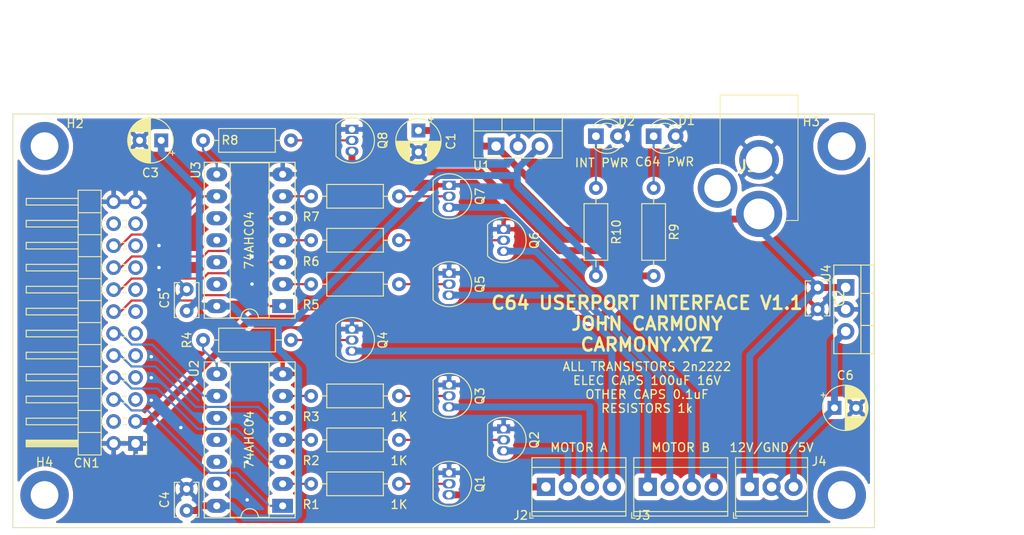
<source format=kicad_pcb>
(kicad_pcb (version 20171130) (host pcbnew "(5.1.9)-1")
  (layers (0 F.Cu signal) (31 B.Cu signal) (34 B.Paste user) (35 F.Paste user) (36 B.SilkS user) (37 F.SilkS user) (38 B.Mask user) (39 F.Mask user) (44 Edge.Cuts user))
  (net 0 "")
  (net 1 GND)
  (net 2 +12V)
  (net 3 +5V)
  (net 4 "Net-(CN1-Pad11)")
  (net 5 "Net-(CN1-Pad10)")
  (net 6 "Net-(CN1-Pad9)")
  (net 7 "Net-(CN1-Pad8)")
  (net 8 "Net-(CN1-Pad7)")
  (net 9 "Net-(CN1-Pad6)")
  (net 10 "Net-(CN1-Pad5)")
  (net 11 "Net-(CN1-Pad4)")
  (net 12 "Net-(CN1-Pad3)")
  (net 13 +5VP)
  (net 14 "Net-(D1-Pad1)")
  (net 15 "Net-(D2-Pad1)")
  (net 16 /YELL2A)
  (net 17 /GREY2A)
  (net 18 /YELL1A)
  (net 19 /GREY1A)
  (net 20 /YELL2B)
  (net 21 /GREY2B)
  (net 22 /YELL1B)
  (net 23 /GREY1B)
  (net 24 "Net-(Q1-Pad2)")
  (net 25 "Net-(Q2-Pad2)")
  (net 26 "Net-(Q3-Pad2)")
  (net 27 "Net-(Q4-Pad2)")
  (net 28 "Net-(Q5-Pad2)")
  (net 29 "Net-(Q6-Pad2)")
  (net 30 "Net-(Q7-Pad2)")
  (net 31 "Net-(Q8-Pad2)")
  (net 32 /GR1A)
  (net 33 /YE1A)
  (net 34 /GR2A)
  (net 35 /GR1B)
  (net 36 /YE1B)
  (net 37 /GR2B)
  (net 38 /YE2B)
  (net 39 "Net-(U2-Pad13)")
  (net 40 "Net-(U2-Pad12)")
  (net 41 /PB2)
  (net 42 "Net-(U2-Pad11)")
  (net 43 "Net-(U2-Pad10)")
  (net 44 /PB1)
  (net 45 /PB3)
  (net 46 /PB0)
  (net 47 "Net-(U3-Pad13)")
  (net 48 "Net-(U3-Pad12)")
  (net 49 /PB6)
  (net 50 "Net-(U3-Pad11)")
  (net 51 "Net-(U3-Pad10)")
  (net 52 /PB5)
  (net 53 /PB7)
  (net 54 /PB4)
  (net 55 "Net-(CN1-PadM)")
  (net 56 "Net-(CN1-PadB)")
  (net 57 /YEL2A)
  (net 58 +5C)
  (net 59 "Net-(J1-Pad2)")
  (module SamacSys_Parts:RAPC722BK (layer F.Cu) (at 126.507 97.9475 180)
    (fp_text reference J1 (at 1.294 5.535) (layer F.SilkS) (effects (font (size 1.27 1.27) (thickness 0.254))))
    (fp_text value RAPC722BK hide)
    (pad 3 thru_hole circle (at 0 6.25 180) (size 4.575 4.575) (drill 3.05) (layers *.Cu *.Mask) (net 1 GND))
    (pad 2 thru_hole circle (at 4.8 3 180) (size 4.575 4.575) (drill 3.05) (layers *.Cu *.Mask) (net 59 "Net-(J1-Pad2)"))
    (pad 1 thru_hole circle (at 0 0 180) (size 5.34 5.34) (drill 3.56) (layers *.Cu *.Mask) (net 2 +12V))
  )
  (module Capacitor_THT:CP_Radial_D5.0mm_P2.50mm (layer F.Cu) (at 135.22452 120.36552)
    (fp_text reference C6 (at 1.25 -3.75) (layer F.SilkS))
    (fp_text value 100uF)
    (pad 2 thru_hole circle (at 2.5 0) (size 1.6 1.6) (drill 0.8) (layers *.Cu *.Mask) (net 1 GND))
    (pad 1 thru_hole rect (at 0 0) (size 1.6 1.6) (drill 0.8) (layers *.Cu *.Mask) (net 58 +5C))
  )
  (module TerminalBlock_TE-Connectivity:TerminalBlock_TE_282834-3_1x03_P2.54mm_Horizontal (layer F.Cu) (at 125.415 129.504)
    (fp_text reference J4 (at 8.03152 -2.94596) (layer F.SilkS))
    (fp_text value 12V/GND/5V (at 2.54 -4.54616) (layer F.SilkS))
    (pad 3 thru_hole circle (at 5.08 0) (size 2.1 2.1) (drill 1.1) (layers *.Cu *.Mask) (net 58 +5C))
    (pad 2 thru_hole circle (at 2.54 0) (size 2.1 2.1) (drill 1.1) (layers *.Cu *.Mask) (net 1 GND))
    (pad 1 thru_hole rect (at 0 0) (size 2.1 2.1) (drill 1.1) (layers *.Cu *.Mask) (net 2 +12V))
  )
  (module MountingHole:MountingHole_3.2mm_M3_DIN965_Pad (layer F.Cu) (at 43.9166 130.439)
    (fp_text reference H4 (at 0 -3.8) (layer F.SilkS))
    (fp_text value MountingHole)
    (pad 1 thru_hole circle (at 0 0) (size 5.6 5.6) (drill 3.2) (layers *.Cu *.Mask))
  )
  (module MountingHole:MountingHole_3.2mm_M3_DIN965_Pad (layer F.Cu) (at 136.068 90.1192)
    (fp_text reference H3 (at -3.5306 -2.8194) (layer F.SilkS))
    (fp_text value MountingHole)
    (pad 1 thru_hole circle (at 0 0) (size 5.6 5.6) (drill 3.2) (layers *.Cu *.Mask))
  )
  (module MountingHole:MountingHole_3.2mm_M3_DIN965_Pad (layer F.Cu) (at 43.9166 90.1192)
    (fp_text reference H2 (at 3.5306 -2.6162) (layer F.SilkS))
    (fp_text value MountingHole)
    (pad 1 thru_hole circle (at 0 0) (size 5.6 5.6) (drill 3.2) (layers *.Cu *.Mask))
  )
  (module MountingHole:MountingHole_3.2mm_M3_DIN965_Pad (layer F.Cu) (at 136.068 130.439)
    (fp_text reference H1)
    (fp_text value MountingHole)
    (pad 1 thru_hole circle (at 0 0) (size 5.6 5.6) (drill 3.2) (layers *.Cu *.Mask))
  )
  (module Package_TO_SOT_THT:TO-220-3_Vertical (layer F.Cu) (at 136.52 106.446 270)
    (fp_text reference U4 (at -1.660001 2.2598 90) (layer F.SilkS))
    (fp_text value L7805)
    (pad 3 thru_hole oval (at 5.08 0 270) (size 1.905 2) (drill 1.1) (layers *.Cu *.Mask) (net 58 +5C))
    (pad 2 thru_hole oval (at 2.54 0 270) (size 1.905 2) (drill 1.1) (layers *.Cu *.Mask) (net 1 GND))
    (pad 1 thru_hole rect (at 0 0 270) (size 1.905 2) (drill 1.1) (layers *.Cu *.Mask) (net 2 +12V))
  )
  (module Capacitor_THT:CP_Radial_D5.0mm_P2.50mm (layer F.Cu) (at 57.404 89.45 180)
    (fp_text reference C3 (at 1.25 -3.75) (layer F.SilkS))
    (fp_text value 100uF)
    (pad 2 thru_hole circle (at 2.5 0 180) (size 1.6 1.6) (drill 0.8) (layers *.Cu *.Mask) (net 1 GND))
    (pad 1 thru_hole rect (at 0 0 180) (size 1.6 1.6) (drill 0.8) (layers *.Cu *.Mask) (net 3 +5V))
  )
  (module Connector_PinHeader_2.54mm:PinHeader_2x12_P2.54mm_Horizontal (layer F.Cu) (at 54.44 124.48 180)
    (fp_text reference CN1 (at 5.655 -2.27) (layer F.SilkS))
    (fp_text value userportc64)
    (pad N thru_hole oval (at 2.54 27.94 180) (size 1.7 1.7) (drill 1) (layers *.Cu *.Mask) (net 1 GND))
    (pad 12 thru_hole oval (at 0 27.94 180) (size 1.7 1.7) (drill 1) (layers *.Cu *.Mask) (net 1 GND))
    (pad M thru_hole oval (at 2.54 25.4 180) (size 1.7 1.7) (drill 1) (layers *.Cu *.Mask) (net 55 "Net-(CN1-PadM)"))
    (pad 11 thru_hole oval (at 0 25.4 180) (size 1.7 1.7) (drill 1) (layers *.Cu *.Mask) (net 4 "Net-(CN1-Pad11)"))
    (pad L thru_hole oval (at 2.54 22.86 180) (size 1.7 1.7) (drill 1) (layers *.Cu *.Mask) (net 53 /PB7))
    (pad 10 thru_hole oval (at 0 22.86 180) (size 1.7 1.7) (drill 1) (layers *.Cu *.Mask) (net 5 "Net-(CN1-Pad10)"))
    (pad K thru_hole oval (at 2.54 20.32 180) (size 1.7 1.7) (drill 1) (layers *.Cu *.Mask) (net 49 /PB6))
    (pad 9 thru_hole oval (at 0 20.32 180) (size 1.7 1.7) (drill 1) (layers *.Cu *.Mask) (net 6 "Net-(CN1-Pad9)"))
    (pad J thru_hole oval (at 2.54 17.78 180) (size 1.7 1.7) (drill 1) (layers *.Cu *.Mask) (net 52 /PB5))
    (pad 8 thru_hole oval (at 0 17.78 180) (size 1.7 1.7) (drill 1) (layers *.Cu *.Mask) (net 7 "Net-(CN1-Pad8)"))
    (pad H thru_hole oval (at 2.54 15.24 180) (size 1.7 1.7) (drill 1) (layers *.Cu *.Mask) (net 54 /PB4))
    (pad 7 thru_hole oval (at 0 15.24 180) (size 1.7 1.7) (drill 1) (layers *.Cu *.Mask) (net 8 "Net-(CN1-Pad7)"))
    (pad F thru_hole oval (at 2.54 12.7 180) (size 1.7 1.7) (drill 1) (layers *.Cu *.Mask) (net 45 /PB3))
    (pad 6 thru_hole oval (at 0 12.7 180) (size 1.7 1.7) (drill 1) (layers *.Cu *.Mask) (net 9 "Net-(CN1-Pad6)"))
    (pad E thru_hole oval (at 2.54 10.16 180) (size 1.7 1.7) (drill 1) (layers *.Cu *.Mask) (net 41 /PB2))
    (pad 5 thru_hole oval (at 0 10.16 180) (size 1.7 1.7) (drill 1) (layers *.Cu *.Mask) (net 10 "Net-(CN1-Pad5)"))
    (pad D thru_hole oval (at 2.54 7.62 180) (size 1.7 1.7) (drill 1) (layers *.Cu *.Mask) (net 44 /PB1))
    (pad 4 thru_hole oval (at 0 7.62 180) (size 1.7 1.7) (drill 1) (layers *.Cu *.Mask) (net 11 "Net-(CN1-Pad4)"))
    (pad C thru_hole oval (at 2.54 5.08 180) (size 1.7 1.7) (drill 1) (layers *.Cu *.Mask) (net 46 /PB0))
    (pad 3 thru_hole oval (at 0 5.08 180) (size 1.7 1.7) (drill 1) (layers *.Cu *.Mask) (net 12 "Net-(CN1-Pad3)"))
    (pad B thru_hole oval (at 2.54 2.54 180) (size 1.7 1.7) (drill 1) (layers *.Cu *.Mask) (net 56 "Net-(CN1-PadB)"))
    (pad 2 thru_hole oval (at 0 2.54 180) (size 1.7 1.7) (drill 1) (layers *.Cu *.Mask) (net 13 +5VP))
    (pad A thru_hole oval (at 2.54 0 180) (size 1.7 1.7) (drill 1) (layers *.Cu *.Mask) (net 1 GND))
    (pad 1 thru_hole rect (at 0 0 180) (size 1.7 1.7) (drill 1) (layers *.Cu *.Mask) (net 1 GND))
  )
  (module Package_DIP:DIP-14_W7.62mm_Socket_LongPads (layer F.Cu) (at 71.44 108.613 180)
    (fp_text reference U3 (at 10.04 15.733333 90) (layer F.SilkS))
    (fp_text value 74AHC04 (at 3.8675 7.625 90) (layer F.SilkS))
    (pad 14 thru_hole oval (at 7.62 0 180) (size 2.4 1.6) (drill 0.8) (layers *.Cu *.Mask) (net 3 +5V))
    (pad 7 thru_hole oval (at 0 15.24 180) (size 2.4 1.6) (drill 0.8) (layers *.Cu *.Mask) (net 1 GND))
    (pad 13 thru_hole oval (at 7.62 2.54 180) (size 2.4 1.6) (drill 0.8) (layers *.Cu *.Mask) (net 47 "Net-(U3-Pad13)"))
    (pad 6 thru_hole oval (at 0 12.7 180) (size 2.4 1.6) (drill 0.8) (layers *.Cu *.Mask) (net 37 /GR2B))
    (pad 12 thru_hole oval (at 7.62 5.08 180) (size 2.4 1.6) (drill 0.8) (layers *.Cu *.Mask) (net 48 "Net-(U3-Pad12)"))
    (pad 5 thru_hole oval (at 0 10.16 180) (size 2.4 1.6) (drill 0.8) (layers *.Cu *.Mask) (net 49 /PB6))
    (pad 11 thru_hole oval (at 7.62 7.62 180) (size 2.4 1.6) (drill 0.8) (layers *.Cu *.Mask) (net 50 "Net-(U3-Pad11)"))
    (pad 4 thru_hole oval (at 0 7.62 180) (size 2.4 1.6) (drill 0.8) (layers *.Cu *.Mask) (net 36 /YE1B))
    (pad 10 thru_hole oval (at 7.62 10.16 180) (size 2.4 1.6) (drill 0.8) (layers *.Cu *.Mask) (net 51 "Net-(U3-Pad10)"))
    (pad 3 thru_hole oval (at 0 5.08 180) (size 2.4 1.6) (drill 0.8) (layers *.Cu *.Mask) (net 52 /PB5))
    (pad 9 thru_hole oval (at 7.62 12.7 180) (size 2.4 1.6) (drill 0.8) (layers *.Cu *.Mask) (net 53 /PB7))
    (pad 2 thru_hole oval (at 0 2.54 180) (size 2.4 1.6) (drill 0.8) (layers *.Cu *.Mask) (net 35 /GR1B))
    (pad 8 thru_hole oval (at 7.62 15.24 180) (size 2.4 1.6) (drill 0.8) (layers *.Cu *.Mask) (net 38 /YE2B))
    (pad 1 thru_hole rect (at 0 0 180) (size 2.4 1.6) (drill 0.8) (layers *.Cu *.Mask) (net 54 /PB4))
  )
  (module Package_DIP:DIP-14_W7.62mm_Socket_LongPads (layer F.Cu) (at 71.44 131.69 180)
    (fp_text reference U2 (at 10.226 15.866 90) (layer F.SilkS))
    (fp_text value 74AHC04 (at 3.8675 7.625 90) (layer F.SilkS))
    (pad 14 thru_hole oval (at 7.62 0 180) (size 2.4 1.6) (drill 0.8) (layers *.Cu *.Mask) (net 3 +5V))
    (pad 7 thru_hole oval (at 0 15.24 180) (size 2.4 1.6) (drill 0.8) (layers *.Cu *.Mask) (net 1 GND))
    (pad 13 thru_hole oval (at 7.62 2.54 180) (size 2.4 1.6) (drill 0.8) (layers *.Cu *.Mask) (net 39 "Net-(U2-Pad13)"))
    (pad 6 thru_hole oval (at 0 12.7 180) (size 2.4 1.6) (drill 0.8) (layers *.Cu *.Mask) (net 34 /GR2A))
    (pad 12 thru_hole oval (at 7.62 5.08 180) (size 2.4 1.6) (drill 0.8) (layers *.Cu *.Mask) (net 40 "Net-(U2-Pad12)"))
    (pad 5 thru_hole oval (at 0 10.16 180) (size 2.4 1.6) (drill 0.8) (layers *.Cu *.Mask) (net 41 /PB2))
    (pad 11 thru_hole oval (at 7.62 7.62 180) (size 2.4 1.6) (drill 0.8) (layers *.Cu *.Mask) (net 42 "Net-(U2-Pad11)"))
    (pad 4 thru_hole oval (at 0 7.62 180) (size 2.4 1.6) (drill 0.8) (layers *.Cu *.Mask) (net 33 /YE1A))
    (pad 10 thru_hole oval (at 7.62 10.16 180) (size 2.4 1.6) (drill 0.8) (layers *.Cu *.Mask) (net 43 "Net-(U2-Pad10)"))
    (pad 3 thru_hole oval (at 0 5.08 180) (size 2.4 1.6) (drill 0.8) (layers *.Cu *.Mask) (net 44 /PB1))
    (pad 9 thru_hole oval (at 7.62 12.7 180) (size 2.4 1.6) (drill 0.8) (layers *.Cu *.Mask) (net 45 /PB3))
    (pad 2 thru_hole oval (at 0 2.54 180) (size 2.4 1.6) (drill 0.8) (layers *.Cu *.Mask) (net 32 /GR1A))
    (pad 8 thru_hole oval (at 7.62 15.24 180) (size 2.4 1.6) (drill 0.8) (layers *.Cu *.Mask) (net 57 /YEL2A))
    (pad 1 thru_hole rect (at 0 0 180) (size 2.4 1.6) (drill 0.8) (layers *.Cu *.Mask) (net 46 /PB0))
  )
  (module Package_TO_SOT_THT:TO-220-3_Vertical (layer F.Cu) (at 96.1032 90.12)
    (fp_text reference U1 (at -1.660001 2.2598) (layer F.SilkS))
    (fp_text value L7805)
    (pad 3 thru_hole oval (at 5.08 0) (size 1.905 2) (drill 1.1) (layers *.Cu *.Mask) (net 3 +5V))
    (pad 2 thru_hole oval (at 2.54 0) (size 1.905 2) (drill 1.1) (layers *.Cu *.Mask) (net 1 GND))
    (pad 1 thru_hole rect (at 0 0) (size 1.905 2) (drill 1.1) (layers *.Cu *.Mask) (net 2 +12V))
  )
  (module Resistor_THT:R_Axial_DIN0207_L6.3mm_D2.5mm_P10.16mm_Horizontal (layer F.Cu) (at 107.648 94.9575 270)
    (fp_text reference R10 (at 5.08 -2.37 90) (layer F.SilkS))
    (fp_text value 220)
    (pad 2 thru_hole oval (at 10.16 0 270) (size 1.6 1.6) (drill 0.8) (layers *.Cu *.Mask) (net 3 +5V))
    (pad 1 thru_hole circle (at 0 0 270) (size 1.6 1.6) (drill 0.8) (layers *.Cu *.Mask) (net 15 "Net-(D2-Pad1)"))
  )
  (module Resistor_THT:R_Axial_DIN0207_L6.3mm_D2.5mm_P10.16mm_Horizontal (layer F.Cu) (at 114.322 94.9575 270)
    (fp_text reference R9 (at 5.08 -2.37 90) (layer F.SilkS))
    (fp_text value 1K)
    (pad 2 thru_hole oval (at 10.16 0 270) (size 1.6 1.6) (drill 0.8) (layers *.Cu *.Mask) (net 13 +5VP))
    (pad 1 thru_hole circle (at 0 0 270) (size 1.6 1.6) (drill 0.8) (layers *.Cu *.Mask) (net 14 "Net-(D1-Pad1)"))
  )
  (module Resistor_THT:R_Axial_DIN0207_L6.3mm_D2.5mm_P10.16mm_Horizontal (layer F.Cu) (at 72.4 89.45 180)
    (fp_text reference R8 (at 7.05 0.02) (layer F.SilkS))
    (fp_text value 1K)
    (pad 2 thru_hole oval (at 10.16 0 180) (size 1.6 1.6) (drill 0.8) (layers *.Cu *.Mask) (net 38 /YE2B))
    (pad 1 thru_hole circle (at 0 0 180) (size 1.6 1.6) (drill 0.8) (layers *.Cu *.Mask) (net 31 "Net-(Q8-Pad2)"))
  )
  (module Resistor_THT:R_Axial_DIN0207_L6.3mm_D2.5mm_P10.16mm_Horizontal (layer F.Cu) (at 84.89 95.9133 180)
    (fp_text reference R7 (at 10.16 -2.37) (layer F.SilkS))
    (fp_text value 1K)
    (pad 2 thru_hole oval (at 10.16 0 180) (size 1.6 1.6) (drill 0.8) (layers *.Cu *.Mask) (net 37 /GR2B))
    (pad 1 thru_hole circle (at 0 0 180) (size 1.6 1.6) (drill 0.8) (layers *.Cu *.Mask) (net 30 "Net-(Q7-Pad2)"))
  )
  (module Resistor_THT:R_Axial_DIN0207_L6.3mm_D2.5mm_P10.16mm_Horizontal (layer F.Cu) (at 84.89 100.993 180)
    (fp_text reference R6 (at 10.16 -2.456667) (layer F.SilkS))
    (fp_text value 1K)
    (pad 2 thru_hole oval (at 10.16 0 180) (size 1.6 1.6) (drill 0.8) (layers *.Cu *.Mask) (net 36 /YE1B))
    (pad 1 thru_hole circle (at 0 0 180) (size 1.6 1.6) (drill 0.8) (layers *.Cu *.Mask) (net 29 "Net-(Q6-Pad2)"))
  )
  (module Resistor_THT:R_Axial_DIN0207_L6.3mm_D2.5mm_P10.16mm_Horizontal (layer F.Cu) (at 84.89 106.073 180)
    (fp_text reference R5 (at 10.16 -2.37) (layer F.SilkS))
    (fp_text value 1K)
    (pad 2 thru_hole oval (at 10.16 0 180) (size 1.6 1.6) (drill 0.8) (layers *.Cu *.Mask) (net 35 /GR1B))
    (pad 1 thru_hole circle (at 0 0 180) (size 1.6 1.6) (drill 0.8) (layers *.Cu *.Mask) (net 28 "Net-(Q5-Pad2)"))
  )
  (module Resistor_THT:R_Axial_DIN0207_L6.3mm_D2.5mm_P10.16mm_Horizontal (layer F.Cu) (at 72.4 112.527 180)
    (fp_text reference R4 (at 12.02 -0.000001 90) (layer F.SilkS))
    (fp_text value 1K)
    (pad 2 thru_hole oval (at 10.16 0 180) (size 1.6 1.6) (drill 0.8) (layers *.Cu *.Mask) (net 57 /YEL2A))
    (pad 1 thru_hole circle (at 0 0 180) (size 1.6 1.6) (drill 0.8) (layers *.Cu *.Mask) (net 27 "Net-(Q4-Pad2)"))
  )
  (module Resistor_THT:R_Axial_DIN0207_L6.3mm_D2.5mm_P10.16mm_Horizontal (layer F.Cu) (at 84.89 118.99 180)
    (fp_text reference R3 (at 10.16 -2.41) (layer F.SilkS))
    (fp_text value 1K (at 0 -2.41) (layer F.SilkS))
    (pad 2 thru_hole oval (at 10.16 0 180) (size 1.6 1.6) (drill 0.8) (layers *.Cu *.Mask) (net 34 /GR2A))
    (pad 1 thru_hole circle (at 0 0 180) (size 1.6 1.6) (drill 0.8) (layers *.Cu *.Mask) (net 26 "Net-(Q3-Pad2)"))
  )
  (module Resistor_THT:R_Axial_DIN0207_L6.3mm_D2.5mm_P10.16mm_Horizontal (layer F.Cu) (at 84.89 124.07 180)
    (fp_text reference R2 (at 10.16 -2.4) (layer F.SilkS))
    (fp_text value 1K (at 0 -2.4) (layer F.SilkS))
    (pad 2 thru_hole oval (at 10.16 0 180) (size 1.6 1.6) (drill 0.8) (layers *.Cu *.Mask) (net 33 /YE1A))
    (pad 1 thru_hole circle (at 0 0 180) (size 1.6 1.6) (drill 0.8) (layers *.Cu *.Mask) (net 25 "Net-(Q2-Pad2)"))
  )
  (module Resistor_THT:R_Axial_DIN0207_L6.3mm_D2.5mm_P10.16mm_Horizontal (layer F.Cu) (at 84.89 129.15 180)
    (fp_text reference R1 (at 10.16 -2.39) (layer F.SilkS))
    (fp_text value 1K (at 0 -2.39) (layer F.SilkS))
    (pad 2 thru_hole oval (at 10.16 0 180) (size 1.6 1.6) (drill 0.8) (layers *.Cu *.Mask) (net 32 /GR1A))
    (pad 1 thru_hole circle (at 0 0 180) (size 1.6 1.6) (drill 0.8) (layers *.Cu *.Mask) (net 24 "Net-(Q1-Pad2)"))
  )
  (module Package_TO_SOT_THT:TO-92_Inline (layer F.Cu) (at 79.45 88.18 270)
    (fp_text reference Q8 (at 1.27 -3.56 90) (layer F.SilkS))
    (fp_text value PN2222A)
    (pad 1 thru_hole rect (at 0 0 270) (size 1.05 1.5) (drill 0.75) (layers *.Cu *.Mask) (net 1 GND))
    (pad 3 thru_hole oval (at 2.54 0 270) (size 1.05 1.5) (drill 0.75) (layers *.Cu *.Mask) (net 20 /YELL2B))
    (pad 2 thru_hole oval (at 1.27 0 270) (size 1.05 1.5) (drill 0.75) (layers *.Cu *.Mask) (net 31 "Net-(Q8-Pad2)"))
  )
  (module Package_TO_SOT_THT:TO-92_Inline (layer F.Cu) (at 90.68 94.6433 270)
    (fp_text reference Q7 (at 1.27 -3.56 90) (layer F.SilkS))
    (fp_text value PN2222A)
    (pad 1 thru_hole rect (at 0 0 270) (size 1.05 1.5) (drill 0.75) (layers *.Cu *.Mask) (net 1 GND))
    (pad 3 thru_hole oval (at 2.54 0 270) (size 1.05 1.5) (drill 0.75) (layers *.Cu *.Mask) (net 21 /GREY2B))
    (pad 2 thru_hole oval (at 1.27 0 270) (size 1.05 1.5) (drill 0.75) (layers *.Cu *.Mask) (net 30 "Net-(Q7-Pad2)"))
  )
  (module Package_TO_SOT_THT:TO-92_Inline (layer F.Cu) (at 96.98 99.7233 270)
    (fp_text reference Q6 (at 1.27 -3.56 90) (layer F.SilkS))
    (fp_text value PN2222A)
    (pad 1 thru_hole rect (at 0 0 270) (size 1.05 1.5) (drill 0.75) (layers *.Cu *.Mask) (net 1 GND))
    (pad 3 thru_hole oval (at 2.54 0 270) (size 1.05 1.5) (drill 0.75) (layers *.Cu *.Mask) (net 22 /YELL1B))
    (pad 2 thru_hole oval (at 1.27 0 270) (size 1.05 1.5) (drill 0.75) (layers *.Cu *.Mask) (net 29 "Net-(Q6-Pad2)"))
  )
  (module Package_TO_SOT_THT:TO-92_Inline (layer F.Cu) (at 90.68 104.803 270)
    (fp_text reference Q5 (at 1.27 -3.56 90) (layer F.SilkS))
    (fp_text value PN2222A)
    (pad 1 thru_hole rect (at 0 0 270) (size 1.05 1.5) (drill 0.75) (layers *.Cu *.Mask) (net 1 GND))
    (pad 3 thru_hole oval (at 2.54 0 270) (size 1.05 1.5) (drill 0.75) (layers *.Cu *.Mask) (net 23 /GREY1B))
    (pad 2 thru_hole oval (at 1.27 0 270) (size 1.05 1.5) (drill 0.75) (layers *.Cu *.Mask) (net 28 "Net-(Q5-Pad2)"))
  )
  (module Package_TO_SOT_THT:TO-92_Inline (layer F.Cu) (at 79.45 111.26 270)
    (fp_text reference Q4 (at 1.27 -3.56 90) (layer F.SilkS))
    (fp_text value PN2222A)
    (pad 1 thru_hole rect (at 0 0 270) (size 1.05 1.5) (drill 0.75) (layers *.Cu *.Mask) (net 1 GND))
    (pad 3 thru_hole oval (at 2.54 0 270) (size 1.05 1.5) (drill 0.75) (layers *.Cu *.Mask) (net 16 /YELL2A))
    (pad 2 thru_hole oval (at 1.27 0 270) (size 1.05 1.5) (drill 0.75) (layers *.Cu *.Mask) (net 27 "Net-(Q4-Pad2)"))
  )
  (module Package_TO_SOT_THT:TO-92_Inline (layer F.Cu) (at 90.68 117.72 270)
    (fp_text reference Q3 (at 1.27 -3.56 90) (layer F.SilkS))
    (fp_text value PN2222A)
    (pad 1 thru_hole rect (at 0 0 270) (size 1.05 1.5) (drill 0.75) (layers *.Cu *.Mask) (net 1 GND))
    (pad 3 thru_hole oval (at 2.54 0 270) (size 1.05 1.5) (drill 0.75) (layers *.Cu *.Mask) (net 17 /GREY2A))
    (pad 2 thru_hole oval (at 1.27 0 270) (size 1.05 1.5) (drill 0.75) (layers *.Cu *.Mask) (net 26 "Net-(Q3-Pad2)"))
  )
  (module Package_TO_SOT_THT:TO-92_Inline (layer F.Cu) (at 96.98 122.8 270)
    (fp_text reference Q2 (at 1.27 -3.56 90) (layer F.SilkS))
    (fp_text value PN2222A)
    (pad 1 thru_hole rect (at 0 0 270) (size 1.05 1.5) (drill 0.75) (layers *.Cu *.Mask) (net 1 GND))
    (pad 3 thru_hole oval (at 2.54 0 270) (size 1.05 1.5) (drill 0.75) (layers *.Cu *.Mask) (net 18 /YELL1A))
    (pad 2 thru_hole oval (at 1.27 0 270) (size 1.05 1.5) (drill 0.75) (layers *.Cu *.Mask) (net 25 "Net-(Q2-Pad2)"))
  )
  (module Package_TO_SOT_THT:TO-92_Inline (layer F.Cu) (at 90.68 127.88 270)
    (fp_text reference Q1 (at 1.27 -3.56 90) (layer F.SilkS))
    (fp_text value PN2222A)
    (pad 1 thru_hole rect (at 0 0 270) (size 1.05 1.5) (drill 0.75) (layers *.Cu *.Mask) (net 1 GND))
    (pad 3 thru_hole oval (at 2.54 0 270) (size 1.05 1.5) (drill 0.75) (layers *.Cu *.Mask) (net 19 /GREY1A))
    (pad 2 thru_hole oval (at 1.27 0 270) (size 1.05 1.5) (drill 0.75) (layers *.Cu *.Mask) (net 24 "Net-(Q1-Pad2)"))
  )
  (module TerminalBlock_TE-Connectivity:TerminalBlock_TE_282834-4_1x04_P2.54mm_Horizontal (layer F.Cu) (at 113.645 129.504)
    (fp_text reference J3 (at -0.5642 3.28212) (layer F.SilkS))
    (fp_text value "MOTOR B" (at 3.815 -4.54616) (layer F.SilkS))
    (pad 4 thru_hole circle (at 7.62 0) (size 2.1 2.1) (drill 1.1) (layers *.Cu *.Mask) (net 20 /YELL2B))
    (pad 3 thru_hole circle (at 5.08 0) (size 2.1 2.1) (drill 1.1) (layers *.Cu *.Mask) (net 21 /GREY2B))
    (pad 2 thru_hole circle (at 2.54 0) (size 2.1 2.1) (drill 1.1) (layers *.Cu *.Mask) (net 22 /YELL1B))
    (pad 1 thru_hole rect (at 0 0) (size 2.1 2.1) (drill 1.1) (layers *.Cu *.Mask) (net 23 /GREY1B))
  )
  (module TerminalBlock_TE-Connectivity:TerminalBlock_TE_282834-4_1x04_P2.54mm_Horizontal (layer F.Cu) (at 101.874 129.504)
    (fp_text reference J2 (at -2.92608 3.28212) (layer F.SilkS))
    (fp_text value "MOTOR A" (at 3.815 -4.54616) (layer F.SilkS))
    (pad 4 thru_hole circle (at 7.62 0) (size 2.1 2.1) (drill 1.1) (layers *.Cu *.Mask) (net 16 /YELL2A))
    (pad 3 thru_hole circle (at 5.08 0) (size 2.1 2.1) (drill 1.1) (layers *.Cu *.Mask) (net 17 /GREY2A))
    (pad 2 thru_hole circle (at 2.54 0) (size 2.1 2.1) (drill 1.1) (layers *.Cu *.Mask) (net 18 /YELL1A))
    (pad 1 thru_hole rect (at 0 0) (size 2.1 2.1) (drill 1.1) (layers *.Cu *.Mask) (net 19 /GREY1A))
  )
  (module LED_THT:LED_D3.0mm (layer F.Cu) (at 107.648 88.97)
    (fp_text reference D2 (at 3.55 -1.74 180) (layer F.SilkS))
    (fp_text value "INT PWR" (at 0.66764 3.079575) (layer F.SilkS))
    (pad 2 thru_hole circle (at 2.54 0) (size 1.8 1.8) (drill 0.9) (layers *.Cu *.Mask) (net 1 GND))
    (pad 1 thru_hole rect (at 0 0) (size 1.8 1.8) (drill 0.9) (layers *.Cu *.Mask) (net 15 "Net-(D2-Pad1)"))
  )
  (module LED_THT:LED_D3.0mm (layer F.Cu) (at 114.322 88.97)
    (fp_text reference D1 (at 3.81 -1.81) (layer F.SilkS))
    (fp_text value "C64 PWR" (at 1.27 2.96) (layer F.SilkS))
    (pad 2 thru_hole circle (at 2.54 0) (size 1.8 1.8) (drill 0.9) (layers *.Cu *.Mask) (net 1 GND))
    (pad 1 thru_hole rect (at 0 0) (size 1.8 1.8) (drill 0.9) (layers *.Cu *.Mask) (net 14 "Net-(D1-Pad1)"))
  )
  (module Capacitor_THT:C_Disc_D3.8mm_W2.6mm_P2.50mm (layer F.Cu) (at 60.34 109.163 90)
    (fp_text reference C5 (at 1.25 -2.55 90) (layer F.SilkS))
    (fp_text value ".1 uF")
    (pad 2 thru_hole circle (at 2.5 0 90) (size 1.6 1.6) (drill 0.8) (layers *.Cu *.Mask) (net 1 GND))
    (pad 1 thru_hole circle (at 0 0 90) (size 1.6 1.6) (drill 0.8) (layers *.Cu *.Mask) (net 3 +5V))
  )
  (module Capacitor_THT:C_Disc_D3.8mm_W2.6mm_P2.50mm (layer F.Cu) (at 60.34 132.24 90)
    (fp_text reference C4 (at 1.25 -2.55 90) (layer F.SilkS))
    (fp_text value ".1 uF")
    (pad 2 thru_hole circle (at 2.5 0 90) (size 1.6 1.6) (drill 0.8) (layers *.Cu *.Mask) (net 1 GND))
    (pad 1 thru_hole circle (at 0 0 90) (size 1.6 1.6) (drill 0.8) (layers *.Cu *.Mask) (net 3 +5V))
  )
  (module Capacitor_THT:C_Disc_D3.8mm_W2.6mm_P2.50mm (layer F.Cu) (at 133.279 106.462 270)
    (fp_text reference C2 (at 1.25 -2.55 90) (layer F.SilkS))
    (fp_text value .1uF)
    (pad 2 thru_hole circle (at 2.5 0 270) (size 1.6 1.6) (drill 0.8) (layers *.Cu *.Mask) (net 1 GND))
    (pad 1 thru_hole circle (at 0 0 270) (size 1.6 1.6) (drill 0.8) (layers *.Cu *.Mask) (net 2 +12V))
  )
  (module Capacitor_THT:CP_Radial_D5.0mm_P2.50mm (layer F.Cu) (at 87.13 88.3098 270)
    (fp_text reference C1 (at 1.25 -3.75 90) (layer F.SilkS))
    (fp_text value 100uF)
    (pad 2 thru_hole circle (at 2.5 0 270) (size 1.6 1.6) (drill 0.8) (layers *.Cu *.Mask) (net 1 GND))
    (pad 1 thru_hole rect (at 0 0 270) (size 1.6 1.6) (drill 0.8) (layers *.Cu *.Mask) (net 2 +12V))
  )
  (gr_line (start 40.259 86.42096) (end 139.84 86.42) (layer F.SilkS) (width 0.12))
  (gr_line (start 40.26 134.21) (end 40.259 86.42096) (layer F.SilkS) (width 0.12))
  (gr_line (start 139.86256 134.2136) (end 40.25392 134.2136) (layer Edge.Cuts) (width 0.05))
  (gr_line (start 139.86256 86.40064) (end 139.86256 134.2136) (layer Edge.Cuts) (width 0.05))
  (gr_line (start 40.25392 86.39048) (end 139.86256 86.40064) (layer Edge.Cuts) (width 0.05))
  (gr_line (start 40.25392 134.2136) (end 40.25392 86.39048) (layer Edge.Cuts) (width 0.05))
  (gr_text "C64 USERPORT INTERFACE V1.1\nJOHN CARMONY\nCARMONY.XYZ" (at 113.5515 110.64748) (layer F.SilkS) (effects (font (size 1.5 1.5) (thickness 0.3))))
  (gr_text "ALL TRANSISTORS 2n2222\nELEC CAPS 100uF 16V\nOTHER CAPS 0.1uF\nRESISTORS 1k" (at 113.5515 118.01348) (layer F.SilkS) (effects (font (size 1 1))))
  (gr_line (start 139.84 134.21) (end 40.26 134.21) (layer F.SilkS) (width 0.12))
  (gr_line (start 139.84 86.42) (end 139.84 134.21) (layer F.SilkS) (width 0.12))
  (via (at 67.3354 121.78792) (size 0.8) (drill 0.4) (layers F.Cu B.Cu) (net 1))
  (via (at 67.3354 126.60884) (size 0.8) (drill 0.4) (layers F.Cu B.Cu) (net 1))
  (via (at 67.3354 130.99796) (size 0.8) (drill 0.4) (layers F.Cu B.Cu) (net 1))
  (via (at 59.67476 122.65152) (size 0.8) (drill 0.4) (layers F.Cu B.Cu) (net 1))
  (via (at 56.25592 119.48668) (size 0.8) (drill 0.4) (layers F.Cu B.Cu) (net 1))
  (via (at 56.25592 116.88572) (size 0.8) (drill 0.4) (layers F.Cu B.Cu) (net 1))
  (via (at 56.25592 114.45748) (size 0.8) (drill 0.4) (layers F.Cu B.Cu) (net 1))
  (via (at 57.14492 101.61016) (size 0.8) (drill 0.4) (layers F.Cu B.Cu) (net 1))
  (via (at 57.14492 104.15524) (size 0.8) (drill 0.4) (layers F.Cu B.Cu) (net 1))
  (via (at 57.14492 106.7054) (size 0.8) (drill 0.4) (layers F.Cu B.Cu) (net 1))
  (via (at 67.89928 102.9208) (size 0.8) (drill 0.4) (layers F.Cu B.Cu) (net 1))
  (via (at 67.89928 106.06024) (size 0.8) (drill 0.4) (layers F.Cu B.Cu) (net 1))
  (segment (start 96.1032 90.12) (end 94.5504 90.12) (width 0.8) (layer F.Cu) (net 2))
  (segment (start 94.5504 90.12) (end 92.7402 88.3098) (width 0.8) (layer F.Cu) (net 2))
  (segment (start 92.7402 88.3098) (end 87.13 88.3098) (width 0.8) (layer F.Cu) (net 2))
  (segment (start 125.415 129.504) (end 125.415 114.326) (width 0.8) (layer B.Cu) (net 2))
  (segment (start 125.415 114.326) (end 133.279 106.462) (width 0.8) (layer B.Cu) (net 2))
  (segment (start 133.279 106.462) (end 126.507 99.69) (width 0.8) (layer B.Cu) (net 2))
  (segment (start 126.507 99.69) (end 126.507 97.9475) (width 0.8) (layer B.Cu) (net 2))
  (segment (start 136.52 106.446) (end 134.9197 106.446) (width 0.8) (layer F.Cu) (net 2))
  (segment (start 133.279 106.462) (end 134.9037 106.462) (width 0.8) (layer F.Cu) (net 2))
  (segment (start 134.9037 106.462) (end 134.9197 106.446) (width 0.8) (layer F.Cu) (net 2))
  (segment (start 104.53012 98.54692) (end 96.1032 90.12) (width 0.8) (layer F.Cu) (net 2))
  (segment (start 125.90758 98.54692) (end 104.53012 98.54692) (width 0.8) (layer F.Cu) (net 2))
  (segment (start 126.507 97.9475) (end 125.90758 98.54692) (width 0.8) (layer F.Cu) (net 2))
  (segment (start 63.82 131.69) (end 62.0197 131.69) (width 0.8) (layer F.Cu) (net 3))
  (segment (start 60.34 132.24) (end 61.4697 132.24) (width 0.8) (layer F.Cu) (net 3))
  (segment (start 61.4697 132.24) (end 62.0197 131.69) (width 0.8) (layer F.Cu) (net 3))
  (segment (start 98.5678 93.5141) (end 98.5678 92.7354) (width 0.8) (layer B.Cu) (net 3))
  (segment (start 98.5678 92.7354) (end 101.1832 90.12) (width 0.8) (layer B.Cu) (net 3))
  (segment (start 107.648 103.7172) (end 98.5678 94.637) (width 0.8) (layer B.Cu) (net 3))
  (segment (start 98.5678 94.637) (end 98.5678 93.5141) (width 0.8) (layer B.Cu) (net 3))
  (segment (start 70.9513 110.57) (end 72.439 110.57) (width 0.8) (layer B.Cu) (net 3))
  (segment (start 72.439 110.57) (end 89.4949 93.5141) (width 0.8) (layer B.Cu) (net 3))
  (segment (start 89.4949 93.5141) (end 98.5678 93.5141) (width 0.8) (layer B.Cu) (net 3))
  (segment (start 107.648 105.1175) (end 107.648 103.7172) (width 0.8) (layer B.Cu) (net 3))
  (segment (start 63.82 108.613) (end 65.6203 108.613) (width 0.8) (layer B.Cu) (net 3))
  (segment (start 65.6203 108.613) (end 67.5773 110.57) (width 0.8) (layer B.Cu) (net 3))
  (segment (start 67.5773 110.57) (end 70.9513 110.57) (width 0.8) (layer B.Cu) (net 3))
  (segment (start 65.6203 131.69) (end 67.0207 133.0904) (width 0.8) (layer B.Cu) (net 3))
  (segment (start 67.0207 133.0904) (end 72.8903 133.0904) (width 0.8) (layer B.Cu) (net 3))
  (segment (start 72.8903 133.0904) (end 73.285 132.6957) (width 0.8) (layer B.Cu) (net 3))
  (segment (start 73.285 132.6957) (end 73.285 115.9094) (width 0.8) (layer B.Cu) (net 3))
  (segment (start 73.285 115.9094) (end 70.9513 113.5757) (width 0.8) (layer B.Cu) (net 3))
  (segment (start 70.9513 113.5757) (end 70.9513 110.57) (width 0.8) (layer B.Cu) (net 3))
  (segment (start 63.82 131.69) (end 65.6203 131.69) (width 0.8) (layer B.Cu) (net 3))
  (segment (start 61.4549 108.0481) (end 61.8078 107.6952) (width 0.8) (layer B.Cu) (net 3))
  (segment (start 61.8078 107.6952) (end 61.8078 95.2541) (width 0.8) (layer B.Cu) (net 3))
  (segment (start 61.8078 95.2541) (end 57.404 90.8503) (width 0.8) (layer B.Cu) (net 3))
  (segment (start 60.34 109.163) (end 61.4549 108.0481) (width 0.8) (layer B.Cu) (net 3))
  (segment (start 61.4549 108.0481) (end 62.0197 108.613) (width 0.8) (layer B.Cu) (net 3))
  (segment (start 63.82 108.613) (end 62.0197 108.613) (width 0.8) (layer B.Cu) (net 3))
  (segment (start 57.404 89.45) (end 57.404 90.8503) (width 0.8) (layer B.Cu) (net 3))
  (segment (start 114.322 105.1175) (end 112.9217 105.1175) (width 0.8) (layer F.Cu) (net 13))
  (segment (start 112.9217 105.1175) (end 108.0258 110.0134) (width 0.8) (layer F.Cu) (net 13))
  (segment (start 108.0258 110.0134) (end 67.8385 110.0134) (width 0.8) (layer F.Cu) (net 13))
  (segment (start 67.8385 110.0134) (end 55.9119 121.94) (width 0.8) (layer F.Cu) (net 13))
  (segment (start 55.9119 121.94) (end 54.44 121.94) (width 0.8) (layer F.Cu) (net 13))
  (segment (start 114.322 88.97) (end 114.322 94.9575) (width 0.25) (layer B.Cu) (net 14))
  (segment (start 107.648 88.97) (end 107.648 94.9575) (width 0.25) (layer B.Cu) (net 15))
  (segment (start 109.4058 113.8) (end 79.45 113.8) (width 0.8) (layer B.Cu) (net 16))
  (segment (start 109.494 129.504) (end 109.494 113.8882) (width 0.8) (layer B.Cu) (net 16))
  (segment (start 109.494 113.8882) (end 109.4058 113.8) (width 0.8) (layer B.Cu) (net 16))
  (segment (start 106.954 120.26) (end 90.68 120.26) (width 0.8) (layer B.Cu) (net 17))
  (segment (start 106.954 129.504) (end 106.954 120.26) (width 0.8) (layer B.Cu) (net 17))
  (segment (start 104.414 125.34) (end 96.98 125.34) (width 0.8) (layer B.Cu) (net 18))
  (segment (start 104.414 129.504) (end 104.414 125.34) (width 0.8) (layer B.Cu) (net 18))
  (segment (start 101.874 129.504) (end 100.2237 129.504) (width 0.8) (layer F.Cu) (net 19))
  (segment (start 100.2237 129.504) (end 99.3077 130.42) (width 0.8) (layer F.Cu) (net 19))
  (segment (start 99.3077 130.42) (end 90.68 130.42) (width 0.8) (layer F.Cu) (net 19))
  (segment (start 94.28202 93.0933) (end 80.698 93.0933) (width 0.8) (layer F.Cu) (net 20))
  (segment (start 79.45 91.8453) (end 79.45 90.72) (width 0.8) (layer F.Cu) (net 20))
  (segment (start 103.38308 102.19436) (end 94.28202 93.0933) (width 0.8) (layer F.Cu) (net 20))
  (segment (start 115.84432 102.19436) (end 103.38308 102.19436) (width 0.8) (layer F.Cu) (net 20))
  (segment (start 80.698 93.0933) (end 79.45 91.8453) (width 0.8) (layer F.Cu) (net 20))
  (segment (start 121.265 107.61504) (end 115.84432 102.19436) (width 0.8) (layer F.Cu) (net 20))
  (segment (start 121.265 129.504) (end 121.265 107.61504) (width 0.8) (layer F.Cu) (net 20))
  (segment (start 118.725 118.876513) (end 97.031787 97.1833) (width 0.8) (layer B.Cu) (net 21))
  (segment (start 118.725 129.504) (end 118.725 118.876513) (width 0.8) (layer B.Cu) (net 21))
  (segment (start 97.031787 97.1833) (end 90.68 97.1833) (width 0.8) (layer B.Cu) (net 21))
  (segment (start 116.185 129.504) (end 116.185 117.750742) (width 0.8) (layer B.Cu) (net 22))
  (segment (start 116.185 117.750742) (end 100.697558 102.2633) (width 0.8) (layer B.Cu) (net 22))
  (segment (start 100.697558 102.2633) (end 96.98 102.2633) (width 0.8) (layer B.Cu) (net 22))
  (segment (start 113.645 116.624971) (end 104.363029 107.343) (width 0.8) (layer B.Cu) (net 23))
  (segment (start 104.363029 107.343) (end 90.68 107.343) (width 0.8) (layer B.Cu) (net 23))
  (segment (start 113.645 129.504) (end 113.645 116.624971) (width 0.8) (layer B.Cu) (net 23))
  (segment (start 90.68 129.15) (end 84.89 129.15) (width 0.25) (layer F.Cu) (net 24))
  (segment (start 96.98 124.07) (end 84.89 124.07) (width 0.25) (layer F.Cu) (net 25))
  (segment (start 90.68 118.99) (end 84.89 118.99) (width 0.25) (layer F.Cu) (net 26))
  (segment (start 79.45 112.53) (end 78.3747 112.53) (width 0.25) (layer F.Cu) (net 27))
  (segment (start 78.3747 112.53) (end 78.3717 112.527) (width 0.25) (layer F.Cu) (net 27))
  (segment (start 78.3717 112.527) (end 72.4 112.527) (width 0.25) (layer F.Cu) (net 27))
  (segment (start 90.68 106.073) (end 84.89 106.073) (width 0.25) (layer F.Cu) (net 28))
  (segment (start 96.98 100.9933) (end 95.9047 100.9933) (width 0.25) (layer F.Cu) (net 29))
  (segment (start 95.9047 100.9933) (end 95.9044 100.993) (width 0.25) (layer F.Cu) (net 29))
  (segment (start 95.9044 100.993) (end 84.89 100.993) (width 0.25) (layer F.Cu) (net 29))
  (segment (start 90.68 95.9133) (end 84.89 95.9133) (width 0.25) (layer F.Cu) (net 30))
  (segment (start 79.45 89.45) (end 72.4 89.45) (width 0.25) (layer F.Cu) (net 31))
  (segment (start 74.73 129.15) (end 71.44 129.15) (width 0.25) (layer F.Cu) (net 32))
  (segment (start 74.73 124.07) (end 71.44 124.07) (width 0.25) (layer F.Cu) (net 33))
  (segment (start 74.73 118.99) (end 71.44 118.99) (width 0.25) (layer F.Cu) (net 34))
  (segment (start 74.73 106.073) (end 71.44 106.073) (width 0.25) (layer F.Cu) (net 35))
  (segment (start 74.73 100.993) (end 71.44 100.993) (width 0.25) (layer F.Cu) (net 36))
  (segment (start 71.44 95.913) (end 72.9653 95.913) (width 0.25) (layer F.Cu) (net 37))
  (segment (start 74.73 95.9133) (end 72.9656 95.9133) (width 0.25) (layer F.Cu) (net 37))
  (segment (start 72.9656 95.9133) (end 72.9653 95.913) (width 0.25) (layer F.Cu) (net 37))
  (segment (start 62.24 89.45) (end 62.24 90.5753) (width 0.25) (layer B.Cu) (net 38))
  (segment (start 62.24 90.5753) (end 63.82 92.1553) (width 0.25) (layer B.Cu) (net 38))
  (segment (start 63.82 92.1553) (end 63.82 93.373) (width 0.25) (layer B.Cu) (net 38))
  (segment (start 52.7079 114.32) (end 51.9 114.32) (width 0.25) (layer B.Cu) (net 41))
  (segment (start 56.72334 115.58524) (end 53.97314 115.58524) (width 0.25) (layer B.Cu) (net 41))
  (segment (start 53.97314 115.58524) (end 52.7079 114.32) (width 0.25) (layer B.Cu) (net 41))
  (segment (start 61.39694 120.25884) (end 56.72334 115.58524) (width 0.25) (layer B.Cu) (net 41))
  (segment (start 68.64354 120.25884) (end 61.39694 120.25884) (width 0.25) (layer B.Cu) (net 41))
  (segment (start 69.9147 121.53) (end 68.64354 120.25884) (width 0.25) (layer B.Cu) (net 41))
  (segment (start 71.44 121.53) (end 69.9147 121.53) (width 0.25) (layer B.Cu) (net 41))
  (segment (start 52.7079 116.86) (end 51.9 116.86) (width 0.25) (layer B.Cu) (net 44))
  (segment (start 53.9833 118.1354) (end 52.7079 116.86) (width 0.25) (layer B.Cu) (net 44))
  (segment (start 56.9625 118.1354) (end 53.9833 118.1354) (width 0.25) (layer B.Cu) (net 44))
  (segment (start 61.6271 122.8) (end 56.9625 118.1354) (width 0.25) (layer B.Cu) (net 44))
  (segment (start 66.1047 122.8) (end 61.6271 122.8) (width 0.25) (layer B.Cu) (net 44))
  (segment (start 69.9147 126.61) (end 66.1047 122.8) (width 0.25) (layer B.Cu) (net 44))
  (segment (start 71.44 126.61) (end 69.9147 126.61) (width 0.25) (layer B.Cu) (net 44))
  (segment (start 52.7079 111.78) (end 51.9 111.78) (width 0.25) (layer B.Cu) (net 45))
  (segment (start 56.35502 113.05032) (end 53.97822 113.05032) (width 0.25) (layer B.Cu) (net 45))
  (segment (start 62.2947 118.99) (end 56.35502 113.05032) (width 0.25) (layer B.Cu) (net 45))
  (segment (start 53.97822 113.05032) (end 52.7079 111.78) (width 0.25) (layer B.Cu) (net 45))
  (segment (start 63.82 118.99) (end 62.2947 118.99) (width 0.25) (layer B.Cu) (net 45))
  (segment (start 52.7079 119.4) (end 51.9 119.4) (width 0.25) (layer B.Cu) (net 46))
  (segment (start 53.97314 120.66524) (end 52.7079 119.4) (width 0.25) (layer B.Cu) (net 46))
  (segment (start 63.0472 127.88) (end 55.83244 120.66524) (width 0.25) (layer B.Cu) (net 46))
  (segment (start 55.83244 120.66524) (end 53.97314 120.66524) (width 0.25) (layer B.Cu) (net 46))
  (segment (start 66.1047 127.88) (end 63.0472 127.88) (width 0.25) (layer B.Cu) (net 46))
  (segment (start 69.9147 131.69) (end 66.1047 127.88) (width 0.25) (layer B.Cu) (net 46))
  (segment (start 71.44 131.69) (end 69.9147 131.69) (width 0.25) (layer B.Cu) (net 46))
  (segment (start 69.9147 98.453) (end 71.44 98.453) (width 0.25) (layer F.Cu) (net 49))
  (segment (start 66.13778 102.22992) (end 69.9147 98.453) (width 0.25) (layer F.Cu) (net 49))
  (segment (start 62.86008 102.22992) (end 66.13778 102.22992) (width 0.25) (layer F.Cu) (net 49))
  (segment (start 62.22 102.87) (end 62.86008 102.22992) (width 0.25) (layer F.Cu) (net 49))
  (segment (start 53.9979 102.87) (end 62.22 102.87) (width 0.25) (layer F.Cu) (net 49))
  (segment (start 52.7079 104.16) (end 53.9979 102.87) (width 0.25) (layer F.Cu) (net 49))
  (segment (start 51.9 104.16) (end 52.7079 104.16) (width 0.25) (layer F.Cu) (net 49))
  (segment (start 53.98774 105.42016) (end 52.7079 106.7) (width 0.25) (layer F.Cu) (net 52))
  (segment (start 52.7079 106.7) (end 51.9 106.7) (width 0.25) (layer F.Cu) (net 52))
  (segment (start 62.20984 105.42016) (end 53.98774 105.42016) (width 0.25) (layer F.Cu) (net 52))
  (segment (start 68.64222 104.80548) (end 62.82452 104.80548) (width 0.25) (layer F.Cu) (net 52))
  (segment (start 69.9147 103.533) (end 68.64222 104.80548) (width 0.25) (layer F.Cu) (net 52))
  (segment (start 62.82452 104.80548) (end 62.20984 105.42016) (width 0.25) (layer F.Cu) (net 52))
  (segment (start 71.44 103.533) (end 69.9147 103.533) (width 0.25) (layer F.Cu) (net 52))
  (segment (start 62.2947 95.913) (end 63.82 95.913) (width 0.25) (layer F.Cu) (net 53))
  (segment (start 57.87262 100.33508) (end 62.2947 95.913) (width 0.25) (layer F.Cu) (net 53))
  (segment (start 53.99282 100.33508) (end 57.87262 100.33508) (width 0.25) (layer F.Cu) (net 53))
  (segment (start 52.7079 101.62) (end 53.99282 100.33508) (width 0.25) (layer F.Cu) (net 53))
  (segment (start 51.9 101.62) (end 52.7079 101.62) (width 0.25) (layer F.Cu) (net 53))
  (segment (start 62.26142 107.34548) (end 68.64718 107.34548) (width 0.25) (layer F.Cu) (net 54))
  (segment (start 61.64674 107.96016) (end 62.26142 107.34548) (width 0.25) (layer F.Cu) (net 54))
  (segment (start 53.98784 107.96016) (end 61.64674 107.96016) (width 0.25) (layer F.Cu) (net 54))
  (segment (start 68.64718 107.34548) (end 69.9147 108.613) (width 0.25) (layer F.Cu) (net 54))
  (segment (start 52.708 109.24) (end 53.98784 107.96016) (width 0.25) (layer F.Cu) (net 54))
  (segment (start 69.9147 108.613) (end 71.44 108.613) (width 0.25) (layer F.Cu) (net 54))
  (segment (start 51.9 109.24) (end 52.708 109.24) (width 0.25) (layer F.Cu) (net 54))
  (segment (start 62.24 112.527) (end 62.24 113.6523) (width 0.25) (layer B.Cu) (net 57))
  (segment (start 62.24 113.6523) (end 63.82 115.2323) (width 0.25) (layer B.Cu) (net 57))
  (segment (start 63.82 115.2323) (end 63.82 116.45) (width 0.25) (layer B.Cu) (net 57))
  (segment (start 130.495 125.09504) (end 135.22452 120.36552) (width 0.8) (layer B.Cu) (net 58))
  (segment (start 130.495 129.504) (end 130.495 125.09504) (width 0.8) (layer B.Cu) (net 58))
  (segment (start 135.22452 112.82148) (end 135.22452 120.36552) (width 0.8) (layer B.Cu) (net 58))
  (segment (start 136.52 111.526) (end 135.22452 112.82148) (width 0.8) (layer B.Cu) (net 58))
  (zone (net 1) (net_name GND) (layer F.Cu) (connect_pads (clearance 0.508)) (min_thickness 0.254) (fill yes (arc_segments 32) (thermal_gap 0.508) (thermal_bridge_width 0.508))
    (polygon (pts (xy 139.827 134.2136) (xy 40.259 134.2136) (xy 40.2082 86.4362) (xy 139.827 86.4362)))
  )
  (zone (net 1) (net_name GND) (layer B.Cu) (connect_pads (clearance 0.508)) (min_thickness 0.254) (fill yes (arc_segments 32) (thermal_gap 0.508) (thermal_bridge_width 0.508))
    (polygon (pts (xy 139.825776 134.2136) (xy 40.257776 134.2136) (xy 40.206976 86.4362) (xy 139.825776 86.4362)))
  )
)
</source>
